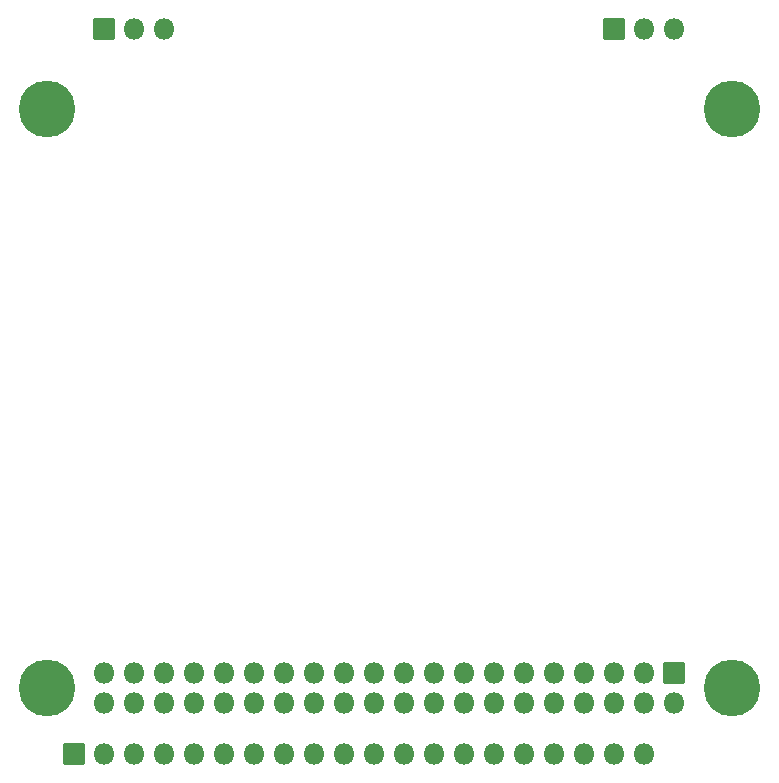
<source format=gbs>
G04 #@! TF.GenerationSoftware,KiCad,Pcbnew,(6.0.10)*
G04 #@! TF.CreationDate,2023-02-13T10:30:41+01:00*
G04 #@! TF.ProjectId,iC880A_Adapter_V1.1,69433838-3041-45f4-9164-61707465725f,rev?*
G04 #@! TF.SameCoordinates,Original*
G04 #@! TF.FileFunction,Soldermask,Bot*
G04 #@! TF.FilePolarity,Negative*
%FSLAX46Y46*%
G04 Gerber Fmt 4.6, Leading zero omitted, Abs format (unit mm)*
G04 Created by KiCad (PCBNEW (6.0.10)) date 2023-02-13 10:30:41*
%MOMM*%
%LPD*%
G01*
G04 APERTURE LIST*
G04 Aperture macros list*
%AMRoundRect*
0 Rectangle with rounded corners*
0 $1 Rounding radius*
0 $2 $3 $4 $5 $6 $7 $8 $9 X,Y pos of 4 corners*
0 Add a 4 corners polygon primitive as box body*
4,1,4,$2,$3,$4,$5,$6,$7,$8,$9,$2,$3,0*
0 Add four circle primitives for the rounded corners*
1,1,$1+$1,$2,$3*
1,1,$1+$1,$4,$5*
1,1,$1+$1,$6,$7*
1,1,$1+$1,$8,$9*
0 Add four rect primitives between the rounded corners*
20,1,$1+$1,$2,$3,$4,$5,0*
20,1,$1+$1,$4,$5,$6,$7,0*
20,1,$1+$1,$6,$7,$8,$9,0*
20,1,$1+$1,$8,$9,$2,$3,0*%
G04 Aperture macros list end*
%ADD10RoundRect,0.051000X0.850000X-0.850000X0.850000X0.850000X-0.850000X0.850000X-0.850000X-0.850000X0*%
%ADD11O,1.802000X1.802000*%
%ADD12C,4.802000*%
G04 APERTURE END LIST*
D10*
X84320400Y-130463600D03*
D11*
X86860400Y-130463600D03*
X89400400Y-130463600D03*
D10*
X127534000Y-130461000D03*
D11*
X130074000Y-130461000D03*
X132614000Y-130461000D03*
D10*
X81767920Y-191786680D03*
D11*
X84307920Y-191786680D03*
X86847920Y-191786680D03*
X89387920Y-191786680D03*
X91927920Y-191786680D03*
X94467920Y-191786680D03*
X97007920Y-191786680D03*
X99547920Y-191786680D03*
X102087920Y-191786680D03*
X104627920Y-191786680D03*
X107167920Y-191786680D03*
X109707920Y-191786680D03*
X112247920Y-191786680D03*
X114787920Y-191786680D03*
X117327920Y-191786680D03*
X119867920Y-191786680D03*
X122407920Y-191786680D03*
X124947920Y-191786680D03*
X127487920Y-191786680D03*
X130027920Y-191786680D03*
D12*
X137479920Y-137206680D03*
X79479920Y-137206680D03*
X137479920Y-186206680D03*
X79479920Y-186206680D03*
D10*
X132567920Y-184928680D03*
D11*
X132567920Y-187468680D03*
X130027920Y-184928680D03*
X130027920Y-187468680D03*
X127487920Y-184928680D03*
X127487920Y-187468680D03*
X124947920Y-184928680D03*
X124947920Y-187468680D03*
X122407920Y-184928680D03*
X122407920Y-187468680D03*
X119867920Y-184928680D03*
X119867920Y-187468680D03*
X117327920Y-184928680D03*
X117327920Y-187468680D03*
X114787920Y-184928680D03*
X114787920Y-187468680D03*
X112247920Y-184928680D03*
X112247920Y-187468680D03*
X109707920Y-184928680D03*
X109707920Y-187468680D03*
X107167920Y-184928680D03*
X107167920Y-187468680D03*
X104627920Y-184928680D03*
X104627920Y-187468680D03*
X102087920Y-184928680D03*
X102087920Y-187468680D03*
X99547920Y-184928680D03*
X99547920Y-187468680D03*
X97007920Y-184928680D03*
X97007920Y-187468680D03*
X94467920Y-184928680D03*
X94467920Y-187468680D03*
X91927920Y-184928680D03*
X91927920Y-187468680D03*
X89387920Y-184928680D03*
X89387920Y-187468680D03*
X86847920Y-184928680D03*
X86847920Y-187468680D03*
X84307920Y-184928680D03*
X84307920Y-187468680D03*
M02*

</source>
